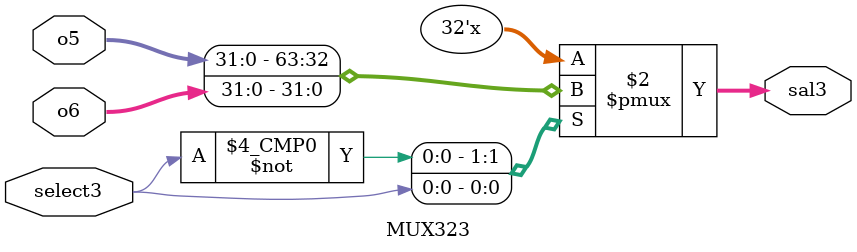
<source format=v>
`timescale 1ns/1ns

module MUX323(
	input [31:0]o5,
	input [31:0]o6,
	input select3,
	output reg [31:0]sal3
);

always@* begin 
	case(select3)

		1'b0:
		begin
			sal3=o5;
		end
		1'b1:
		begin
			sal3=o6;
		end

	endcase
end
endmodule

</source>
